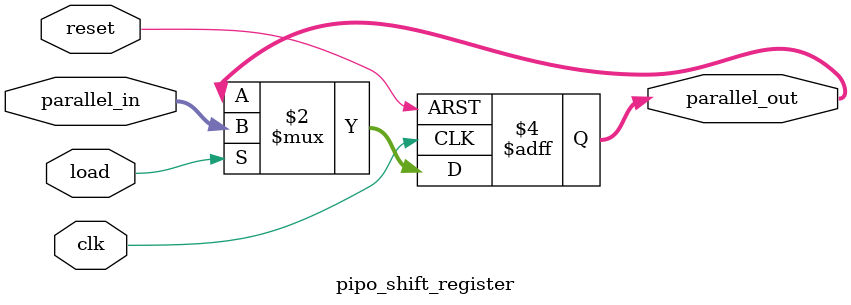
<source format=v>
`timescale 1ns / 1ps


module pipo_shift_register(
    input wire clk, reset,
    input wire load,      
    input wire [3:0] parallel_in,
    output reg [3:0] parallel_out
);

    always @(posedge clk or posedge reset) begin
        if (reset) begin
            parallel_out <= 4'b0000;
        end else if (load) begin
            parallel_out <= parallel_in;
        end
    end

endmodule

</source>
